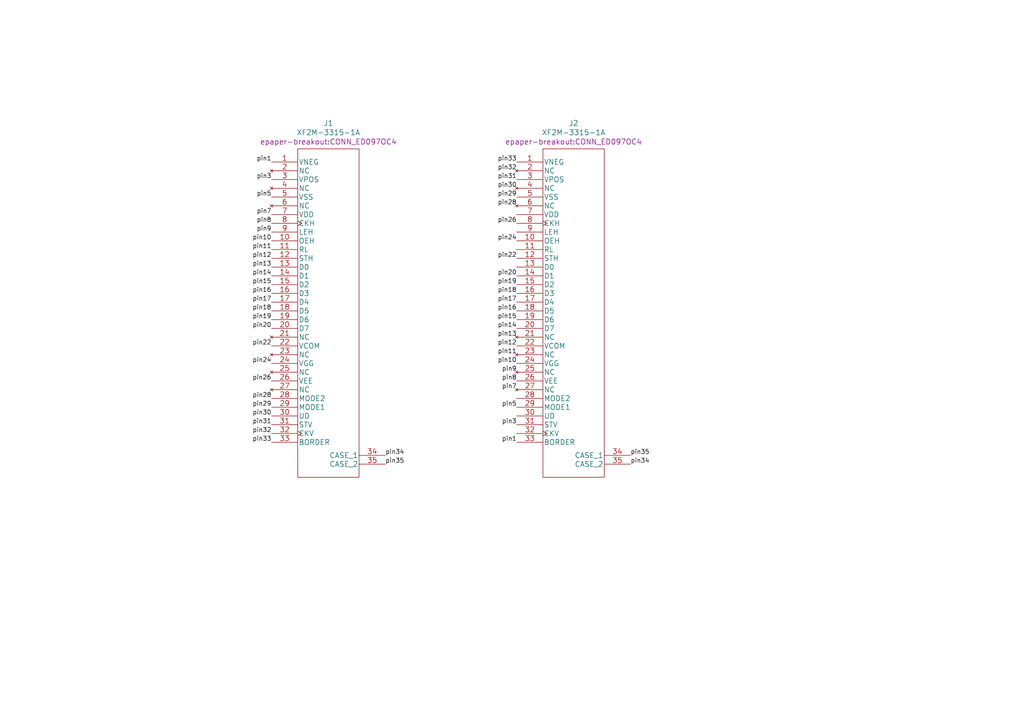
<source format=kicad_sch>
(kicad_sch (version 20230121) (generator eeschema)
  (paper "A4")
  (lib_symbols
    (symbol "extension-cable-rescue:XF2M-3315-1A-epd_breakout" (pin_names (offset 0.254))
      (property "Reference" "J" (at 16.51 13.97 0))
      (property "Value" "epd_breakout_XF2M-3315-1A" (at 16.51 11.43 0))
      (property "Footprint" "epaper-breakout:CONN_ED097OC4" (at 16.51 10.16 0))
      (symbol "XF2M-3315-1A-epd_breakout_0_1"
        (rectangle (start 25.4 -86.36) (end 7.62 8.89))
      )
      (symbol "XF2M-3315-1A-epd_breakout_1_0"
        (pin power_in line (at 0 5.08 0) (length 7.62) (name "VNEG") (number "1"))
        (pin input line (at 0 -17.78 0) (length 7.62) (name "OEH") (number "10"))
        (pin input line (at 0 -20.32 0) (length 7.62) (name "RL") (number "11"))
        (pin input line (at 0 -22.86 0) (length 7.62) (name "STH") (number "12"))
        (pin input line (at 0 -25.4 0) (length 7.62) (name "D0") (number "13"))
        (pin input line (at 0 -27.94 0) (length 7.62) (name "D1") (number "14"))
        (pin input line (at 0 -30.48 0) (length 7.62) (name "D2") (number "15"))
        (pin input line (at 0 -33.02 0) (length 7.62) (name "D3") (number "16"))
        (pin input line (at 0 -35.56 0) (length 7.62) (name "D4") (number "17"))
        (pin input line (at 0 -38.1 0) (length 7.62) (name "D5") (number "18"))
        (pin input line (at 0 -40.64 0) (length 7.62) (name "D6") (number "19"))
        (pin no_connect line (at 0 2.54 0) (length 7.62) (name "NC") (number "2"))
        (pin input line (at 0 -43.18 0) (length 7.62) (name "D7") (number "20"))
        (pin no_connect line (at 0 -45.72 0) (length 7.62) (name "NC") (number "21"))
        (pin power_in line (at 0 -48.26 0) (length 7.62) (name "VCOM") (number "22"))
        (pin no_connect line (at 0 -50.8 0) (length 7.62) (name "NC") (number "23"))
        (pin power_in line (at 0 -53.34 0) (length 7.62) (name "VGG") (number "24"))
        (pin no_connect line (at 0 -55.88 0) (length 7.62) (name "NC") (number "25"))
        (pin power_in line (at 0 -58.42 0) (length 7.62) (name "VEE") (number "26"))
        (pin no_connect line (at 0 -60.96 0) (length 7.62) (name "NC") (number "27"))
        (pin input line (at 0 -63.5 0) (length 7.62) (name "MODE2") (number "28"))
        (pin input line (at 0 -66.04 0) (length 7.62) (name "MODE1") (number "29"))
        (pin power_in line (at 0 0 0) (length 7.62) (name "VPOS") (number "3"))
        (pin input line (at 0 -68.58 0) (length 7.62) (name "UD") (number "30"))
        (pin input line (at 0 -71.12 0) (length 7.62) (name "STV") (number "31"))
        (pin input clock (at 0 -73.66 0) (length 7.62) (name "CKV") (number "32"))
        (pin input line (at 0 -76.2 0) (length 7.62) (name "BORDER") (number "33"))
        (pin unspecified line (at 33.02 -80.01 180) (length 7.62) (name "CASE_1") (number "34"))
        (pin unspecified line (at 33.02 -82.55 180) (length 7.62) (name "CASE_2") (number "35"))
        (pin no_connect line (at 0 -2.54 0) (length 7.62) (name "NC") (number "4"))
        (pin power_in line (at 0 -5.08 0) (length 7.62) (name "VSS") (number "5"))
        (pin no_connect line (at 0 -7.62 0) (length 7.62) (name "NC") (number "6"))
        (pin power_in line (at 0 -10.16 0) (length 7.62) (name "VDD") (number "7"))
        (pin input clock (at 0 -12.7 0) (length 7.62) (name "CKH") (number "8"))
        (pin input line (at 0 -15.24 0) (length 7.62) (name "LEH") (number "9"))
      )
    )
  )
  (label "pin5" (at 149.86 118.11 180))
  (label "pin15" (at 149.86 92.71 180))
  (label "pin19" (at 78.74 92.71 180))
  (label "pin33" (at 78.74 128.27 180))
  (label "pin24" (at 78.74 105.41 180))
  (label "pin3" (at 149.86 123.19 180))
  (label "pin31" (at 78.74 123.19 180))
  (label "pin26" (at 78.74 110.49 180))
  (label "pin10" (at 78.74 69.85 180))
  (label "pin9" (at 149.86 107.95 180))
  (label "pin31" (at 149.86 52.07 180))
  (label "pin10" (at 149.86 105.41 180))
  (label "pin28" (at 78.74 115.57 180))
  (label "pin24" (at 149.86 69.85 180))
  (label "pin20" (at 78.74 95.25 180))
  (label "pin14" (at 149.86 95.25 180))
  (label "pin16" (at 149.86 90.17 180))
  (label "pin22" (at 78.74 100.33 180))
  (label "pin8" (at 149.86 110.49 180))
  (label "pin26" (at 149.86 64.77 180))
  (label "pin35" (at 111.76 134.62 0))
  (label "pin34" (at 182.88 134.62 0))
  (label "pin22" (at 149.86 74.93 180))
  (label "pin5" (at 78.74 57.15 180))
  (label "pin1" (at 78.74 46.99 180))
  (label "pin16" (at 78.74 85.09 180))
  (label "pin15" (at 78.74 82.55 180))
  (label "pin11" (at 78.74 72.39 180))
  (label "pin8" (at 78.74 64.77 180))
  (label "pin30" (at 78.74 120.65 180))
  (label "pin14" (at 78.74 80.01 180))
  (label "pin7" (at 78.74 62.23 180))
  (label "pin12" (at 78.74 74.93 180))
  (label "pin11" (at 149.86 102.87 180))
  (label "pin32" (at 149.86 49.53 180))
  (label "pin35" (at 182.88 132.08 0))
  (label "pin28" (at 149.86 59.69 180))
  (label "pin20" (at 149.86 80.01 180))
  (label "pin29" (at 78.74 118.11 180))
  (label "pin33" (at 149.86 46.99 180))
  (label "pin32" (at 78.74 125.73 180))
  (label "pin9" (at 78.74 67.31 180))
  (label "pin34" (at 111.76 132.08 0))
  (label "pin17" (at 78.74 87.63 180))
  (label "pin12" (at 149.86 100.33 180))
  (label "pin7" (at 149.86 113.03 180))
  (label "pin19" (at 149.86 82.55 180))
  (label "pin17" (at 149.86 87.63 180))
  (label "pin30" (at 149.86 54.61 180))
  (label "pin18" (at 149.86 85.09 180))
  (label "pin3" (at 78.74 52.07 180))
  (label "pin13" (at 149.86 97.79 180))
  (label "pin29" (at 149.86 57.15 180))
  (label "pin18" (at 78.74 90.17 180))
  (label "pin1" (at 149.86 128.27 180))
  (label "pin13" (at 78.74 77.47 180))
  (symbol (lib_id "extension-cable-rescue:XF2M-3315-1A-epd_breakout") (at 78.74 52.07 0) (unit 1)
    (property "Reference" "J1" (at 95.25 35.7378 0) (effects (font (size 1.524 1.524))))
    (property "Value" "XF2M-3315-1A" (at 95.25 38.4302 0) (effects (font (size 1.524 1.524))))
    (property "Footprint" "epaper-breakout:CONN_ED097OC4" (at 95.25 41.1226 0) (effects (font (size 1.524 1.524))))
  )
  (symbol (lib_id "extension-cable-rescue:XF2M-3315-1A-epd_breakout") (at 149.86 52.07 0) (unit 1)
    (property "Reference" "J2" (at 166.37 35.7378 0) (effects (font (size 1.524 1.524))))
    (property "Value" "XF2M-3315-1A" (at 166.37 38.4302 0) (effects (font (size 1.524 1.524))))
    (property "Footprint" "epaper-breakout:CONN_ED097OC4" (at 166.37 41.1226 0) (effects (font (size 1.524 1.524))))
  )
)
</source>
